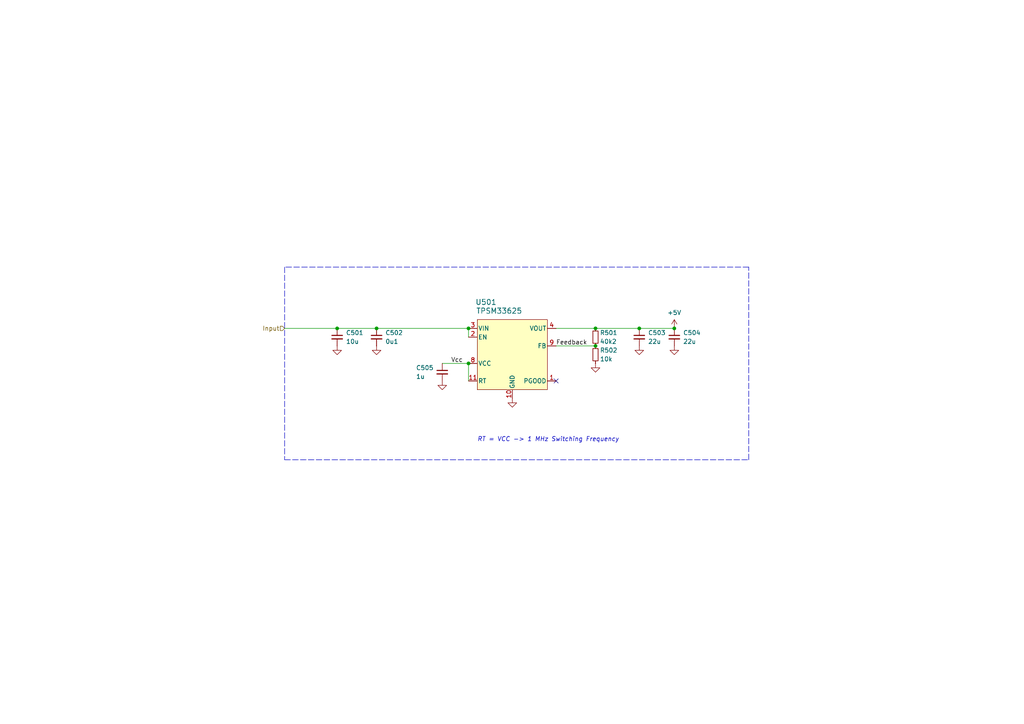
<source format=kicad_sch>
(kicad_sch (version 20250114) (generator "eeschema") (generator_version "9.0")
  (paper "A4")
  (title_block (title "Power Supply") (date "2024-03-28") (rev "4") (company "+5V"))
  (lib_symbols
    (symbol "V2_Converter_DCDC:TPSM33625" (pin_names (offset 0.254))
      (property "Reference" "U" (at -7.62 15.24 0))
      (property "Value" "TPSM33625" (at -7.62 12.7 0))
      (symbol "TPSM33625_0_1"
        (rectangle (start -10.16 10.16) (end 10.16 -10.16) (fill (type background)))
      )
      (symbol "TPSM33625_1_1"
        (pin power_in line (at -12.7 7.62 0) (length 2.54) (name "VIN") (number "3"))
        (pin input line (at -12.7 5.08 0) (length 2.54) (name "EN") (number "2"))
        (pin output line (at -12.7 -2.54 0) (length 2.54) (name "VCC") (number "8"))
        (pin input line (at -12.7 -7.62 0) (length 2.54) (name "RT") (number "11"))
        (pin power_in line (at 0 -12.7 90) (length 2.54) (name "GND") (number "10"))
        (pin no_connect line (at 0 -27.94 180) (length 2.54) (hide yes) (name "BOOT") (number "7"))
        (pin no_connect line (at 0 -30.48 180) (length 2.54) (hide yes) (name "SW") (number "5"))
        (pin no_connect line (at 0 -33.02 180) (length 2.54) (hide yes) (name "SW") (number "6"))
        (pin power_out line (at 12.7 7.62 180) (length 2.54) (name "VOUT") (number "4"))
        (pin input line (at 12.7 2.54 180) (length 2.54) (name "FB") (number "9"))
        (pin output line (at 12.7 -7.62 180) (length 2.54) (name "PGOOD") (number "1"))
      )
    )
    (symbol "V2_Device:C_0603_0u1" (pin_numbers (hide yes)) (pin_names (offset 0.254) (hide yes))
      (property "Reference" "C" (at 1.778 1.524 0))
      (property "Value" "0u1" (at 1.778 -2.032 0))
      (symbol "C_0603_0u1_0_1"
        (polyline (pts (xy -1.524 0.508) (xy 1.524 0.508)) (stroke (width 0.3048)))
        (polyline (pts (xy -1.524 -0.508) (xy 1.524 -0.508)) (stroke (width 0.3302)))
      )
      (symbol "C_0603_0u1_1_1"
        (pin passive line (at 0 2.54 270) (length 2.032) (name "~") (number "1"))
        (pin passive line (at 0 -2.54 90) (length 2.032) (name "~") (number "2"))
      )
    )
    (symbol "V2_Device:C_0603_1u" (pin_numbers (hide yes)) (pin_names (offset 0.254) (hide yes))
      (property "Reference" "C" (at 1.524 1.778 0))
      (property "Value" "1u" (at 1.524 -2.032 0))
      (symbol "C_0603_1u_0_1"
        (polyline (pts (xy -1.524 0.508) (xy 1.524 0.508)) (stroke (width 0.3048)))
        (polyline (pts (xy -1.524 -0.508) (xy 1.524 -0.508)) (stroke (width 0.3302)))
      )
      (symbol "C_0603_1u_1_1"
        (pin passive line (at 0 2.54 270) (length 2.032) (name "~") (number "1"))
        (pin passive line (at 0 -2.54 90) (length 2.032) (name "~") (number "2"))
      )
    )
    (symbol "V2_Device:C_1210_10u" (pin_numbers (hide yes)) (pin_names (offset 0.254) (hide yes))
      (property "Reference" "C" (at 1.524 1.778 0))
      (property "Value" "10u" (at 1.524 -2.032 0))
      (symbol "C_1210_10u_0_1"
        (polyline (pts (xy -1.524 0.508) (xy 1.524 0.508)) (stroke (width 0.3048)))
        (polyline (pts (xy -1.524 -0.508) (xy 1.524 -0.508)) (stroke (width 0.3302)))
      )
      (symbol "C_1210_10u_1_1"
        (pin passive line (at 0 2.54 270) (length 2.032) (name "~") (number "1"))
        (pin passive line (at 0 -2.54 90) (length 2.032) (name "~") (number "2"))
      )
    )
    (symbol "V2_Device:C_1210_22u" (pin_numbers (hide yes)) (pin_names (offset 0.254) (hide yes))
      (property "Reference" "C" (at 1.524 1.778 0))
      (property "Value" "22u" (at 1.524 -2.032 0))
      (symbol "C_1210_22u_0_1"
        (polyline (pts (xy -1.524 0.508) (xy 1.524 0.508)) (stroke (width 0.3048)))
        (polyline (pts (xy -1.524 -0.508) (xy 1.524 -0.508)) (stroke (width 0.3302)))
      )
      (symbol "C_1210_22u_1_1"
        (pin passive line (at 0 2.54 270) (length 2.032) (name "~") (number "1"))
        (pin passive line (at 0 -2.54 90) (length 2.032) (name "~") (number "2"))
      )
    )
    (symbol "V2_Device:R_0603_10k" (pin_numbers (hide yes)) (pin_names (offset 0.254) (hide yes))
      (property "Reference" "R" (at 2.032 1.27 0))
      (property "Value" "10k" (at 3.302 -1.27 0))
      (symbol "R_0603_10k_0_1"
        (rectangle (start -0.762 1.778) (end 0.762 -1.778) (stroke (width 0.2032)))
      )
      (symbol "R_0603_10k_1_1"
        (pin passive line (at 0 2.54 270) (length 0.762) (name "~") (number "1"))
        (pin passive line (at 0 -2.54 90) (length 0.762) (name "~") (number "2"))
      )
    )
    (symbol "V2_Device:R_0603_40k2" (pin_numbers (hide yes)) (pin_names (offset 0.254) (hide yes))
      (property "Reference" "R" (at 2.032 1.27 0))
      (property "Value" "40k2" (at 3.81 -1.27 0))
      (symbol "R_0603_40k2_0_1"
        (rectangle (start -0.762 1.778) (end 0.762 -1.778) (stroke (width 0.2032)))
      )
      (symbol "R_0603_40k2_1_1"
        (pin passive line (at 0 2.54 270) (length 0.762) (name "~") (number "1"))
        (pin passive line (at 0 -2.54 90) (length 0.762) (name "~") (number "2"))
      )
    )
    (symbol "V2_power:+5V" (power) (pin_numbers (hide yes)) (pin_names (offset 0) (hide yes))
      (property "Value" "+5V" (at 0 4.064 0))
      (symbol "+5V_0_1"
        (polyline (pts (xy -0.762 1.27) (xy 0 2.54)))
        (polyline (pts (xy 0 2.54) (xy 0.762 1.27)))
        (polyline (pts (xy 0 0) (xy 0 2.54)))
      )
      (symbol "+5V_1_1"
        (pin power_in line (at 0 0 90) (length 0) (name "~") (number "1"))
      )
    )
    (symbol "V2_power:GND" (power) (pin_numbers (hide yes)) (pin_names (offset 0) (hide yes))
      (symbol "GND_0_1"
        (polyline (pts (xy 0 0) (xy 0 -1.27) (xy 1.27 -1.27) (xy 0 -2.54) (xy -1.27 -1.27) (xy 0 -1.27)))
      )
      (symbol "GND_1_1"
        (pin power_in line (at 0 0 270) (length 0) (name "~") (number "1"))
      )
    )
  )
  (text "RT = VCC -> 1 MHz Switching Frequency" (at 138.43 128.27 0) (effects (font (size 1.27 1.27) (italic yes)) (justify left bottom)))
  (junction (at 185.42 95.25))
  (junction (at 135.89 105.41))
  (junction (at 97.79 95.25))
  (junction (at 135.89 95.25))
  (junction (at 172.72 95.25))
  (junction (at 109.22 95.25))
  (junction (at 172.72 100.33))
  (junction (at 195.58 95.25))
  (no_connect (at 161.29 110.49))
  (wire (pts (xy 135.89 105.41) (xy 135.89 110.49)))
  (wire (pts (xy 82.55 95.25) (xy 97.79 95.25)))
  (polyline (pts (xy 82.55 77.47) (xy 82.55 133.35)) (stroke (width 0) (type dash)))
  (wire (pts (xy 97.79 95.25) (xy 109.22 95.25)))
  (polyline (pts (xy 82.55 133.35) (xy 217.17 133.35)) (stroke (width 0) (type dash)))
  (wire (pts (xy 128.27 105.41) (xy 135.89 105.41)))
  (wire (pts (xy 161.29 100.33) (xy 172.72 100.33)))
  (wire (pts (xy 185.42 95.25) (xy 195.58 95.25)))
  (wire (pts (xy 109.22 95.25) (xy 135.89 95.25)))
  (wire (pts (xy 172.72 95.25) (xy 185.42 95.25)))
  (polyline (pts (xy 217.17 77.47) (xy 82.55 77.47)) (stroke (width 0) (type dash)))
  (wire (pts (xy 161.29 95.25) (xy 172.72 95.25)))
  (wire (pts (xy 135.89 95.25) (xy 135.89 97.79)))
  (polyline (pts (xy 217.17 133.35) (xy 217.17 77.47)) (stroke (width 0) (type dash)))
  (label "Vcc" (at 130.81 105.41 0))
  (label "Feedback" (at 161.29 100.33 0))
  (hierarchical_label "Input" (shape input) (at 82.55 95.25 180))
  (symbol (lib_id "V2_Converter_DCDC:TPSM33625") (at 148.59 102.87 0) (unit 1)
    (property "Reference" "U501" (at 140.97 87.63 0) (effects (font (size 1.524 1.524))))
    (property "Value" "TPSM33625" (at 144.78 90.17 0) (effects (font (size 1.524 1.524))))
    (property "Footprint" "V2_Converter_DCDC:TPSM33625" (effects (hide yes)))
    (property "Datasheet" "https://www.ti.com/lit/ds/symlink/tpsm33625.pdf" (effects (hide yes)))
    (property "Mouser" "595-TPSM33625RDNR" (effects (hide yes)))
  )
  (symbol (lib_id "V2_Device:C_0603_0u1") (at 109.22 97.79 0) (unit 1)
    (property "Reference" "C502" (at 111.76 96.52 0) (effects (justify left)))
    (property "Value" "0u1" (at 111.76 99.06 0) (effects (justify left)))
    (property "Footprint" "V2_Capacitor_SMD:C_0603" (effects (hide yes)))
    (property "Description" "Unpolarized capacitor, small symbol" (effects (hide yes)))
    (property "Mouser" "810-CGA3E2X7R1H104MA" (effects (hide yes)))
  )
  (symbol (lib_id "V2_Device:C_1210_22u") (at 195.58 97.79 0) (unit 1)
    (property "Reference" "C504" (at 198.12 96.52 0) (effects (justify left)))
    (property "Value" "22u" (at 198.12 99.06 0) (effects (justify left)))
    (property "Footprint" "V2_Capacitor_SMD:C_1210" (effects (hide yes)))
    (property "Description" "Unpolarized capacitor, small symbol" (effects (hide yes)))
    (property "Mouser" "810-CGA6P3X7R1E226M5" (effects (hide yes)))
    (property "Rating" "25V" (effects (hide yes)))
  )
  (symbol (lib_id "V2_Device:R_0603_40k2") (at 172.72 97.79 0) (unit 1)
    (property "Reference" "R501" (at 173.99 96.52 0) (effects (justify left)))
    (property "Value" "40k2" (at 173.99 99.06 0) (effects (justify left)))
    (property "Footprint" "V2_Resistor_SMD:R_0603" (effects (hide yes)))
    (property "Description" "Resistor, small symbol" (effects (hide yes)))
    (property "Mouser" "71-RCS060340K2FKEA" (effects (hide yes)))
  )
  (symbol (lib_id "V2_power:GND") (at 185.42 100.33 0) (unit 1)
    (property "Reference" "#PWR0504" (effects (hide yes)))
    (property "Value" "GND" (effects (hide yes)))
    (property "Description" "Power symbol creates a global label with name \"GND\" , ground" (effects (hide yes)))
  )
  (symbol (lib_id "V2_power:GND") (at 195.58 100.33 0) (unit 1)
    (property "Reference" "#PWR0505" (effects (hide yes)))
    (property "Value" "GND" (effects (hide yes)))
    (property "Description" "Power symbol creates a global label with name \"GND\" , ground" (effects (hide yes)))
  )
  (symbol (lib_id "V2_power:+5V") (at 195.58 95.25 0) (unit 1)
    (property "Reference" "#PWR0501" (effects (hide yes)))
    (property "Value" "+5V" (at 195.58 90.678 0))
    (property "Description" "Power symbol creates a global label with name \"+5V\"" (effects (hide yes)))
  )
  (symbol (lib_id "V2_power:GND") (at 97.79 100.33 0) (unit 1)
    (property "Reference" "#PWR0502" (effects (hide yes)))
    (property "Value" "GND" (effects (hide yes)))
    (property "Description" "Power symbol creates a global label with name \"GND\" , ground" (effects (hide yes)))
  )
  (symbol (lib_id "V2_power:GND") (at 172.72 105.41 0) (unit 1)
    (property "Reference" "#PWR0506" (effects (hide yes)))
    (property "Value" "GND" (effects (hide yes)))
    (property "Description" "Power symbol creates a global label with name \"GND\" , ground" (effects (hide yes)))
  )
  (symbol (lib_id "V2_power:GND") (at 109.22 100.33 0) (unit 1)
    (property "Reference" "#PWR0503" (effects (hide yes)))
    (property "Value" "GND" (effects (hide yes)))
    (property "Description" "Power symbol creates a global label with name \"GND\" , ground" (effects (hide yes)))
  )
  (symbol (lib_id "V2_Device:C_0603_1u") (at 128.27 107.95 0) (unit 1)
    (property "Reference" "C505" (at 120.65 106.68 0) (effects (justify left)))
    (property "Value" "1u" (at 120.65 109.22 0) (effects (justify left)))
    (property "Footprint" "V2_Capacitor_SMD:C_0603" (effects (hide yes)))
    (property "Description" "Unpolarized capacitor, small symbol" (effects (hide yes)))
    (property "Mouser" "810-CGA3E2X7R1H104MA" (effects (hide yes)))
  )
  (symbol (lib_id "V2_Device:C_1210_22u") (at 185.42 97.79 0) (unit 1)
    (property "Reference" "C503" (at 187.96 96.52 0) (effects (justify left)))
    (property "Value" "22u" (at 187.96 99.06 0) (effects (justify left)))
    (property "Footprint" "V2_Capacitor_SMD:C_1210" (effects (hide yes)))
    (property "Description" "Unpolarized capacitor, small symbol" (effects (hide yes)))
    (property "Mouser" "810-CGA6P3X7R1E226M5" (effects (hide yes)))
    (property "Rating" "25V" (effects (hide yes)))
  )
  (symbol (lib_id "V2_power:GND") (at 128.27 110.49 0) (unit 1)
    (property "Reference" "#PWR0507" (effects (hide yes)))
    (property "Value" "GND" (effects (hide yes)))
    (property "Description" "Power symbol creates a global label with name \"GND\" , ground" (effects (hide yes)))
  )
  (symbol (lib_id "V2_Device:R_0603_10k") (at 172.72 102.87 0) (unit 1)
    (property "Reference" "R502" (at 173.99 101.6 0) (effects (justify left)))
    (property "Value" "10k" (at 173.99 104.14 0) (effects (justify left)))
    (property "Footprint" "V2_Resistor_SMD:R_0603" (effects (hide yes)))
    (property "Description" "Resistor, small symbol" (effects (hide yes)))
    (property "Mouser" "71-CRCW060310K0FKEAC" (effects (hide yes)))
  )
  (symbol (lib_id "V2_power:GND") (at 148.59 115.57 0) (unit 1)
    (property "Reference" "#PWR0508" (effects (hide yes)))
    (property "Value" "GND" (effects (hide yes)))
    (property "Description" "Power symbol creates a global label with name \"GND\" , ground" (effects (hide yes)))
  )
  (symbol (lib_id "V2_Device:C_1210_10u") (at 97.79 97.79 0) (unit 1)
    (property "Reference" "C501" (at 100.33 96.52 0) (effects (justify left)))
    (property "Value" "10u" (at 100.33 99.06 0) (effects (justify left)))
    (property "Footprint" "V2_Capacitor_SMD:C_1210" (effects (hide yes)))
    (property "Description" "Unpolarized capacitor, small symbol" (effects (hide yes)))
    (property "Mouser" "810-CNA6P1X7R1H106K2" (effects (hide yes)))
    (property "Rating" "50V" (effects (hide yes)))
  )
)
</source>
